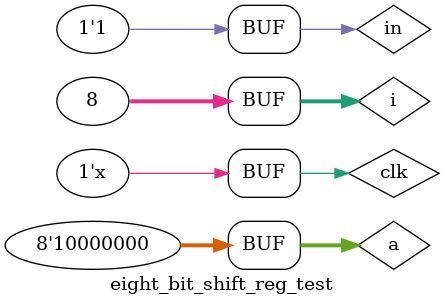
<source format=v>
module eight_bit_shift_reg_test;
	reg [7:0] a;
	reg in, clk;
	wire [7:0] q;
	
	always #10 clk = ~clk;
	
	eight_bit_shift_reg instance1 (in, clk, q);
	
  initial begin
	clk = 0;
	a = 0;
  end
  
  integer i;
  
  initial begin
	a = 8'b10000000;
	for(i = 0; i < 8; i = i + 1)
		begin
			in = a[i];
			#10;
		end
  end
endmodule

</source>
